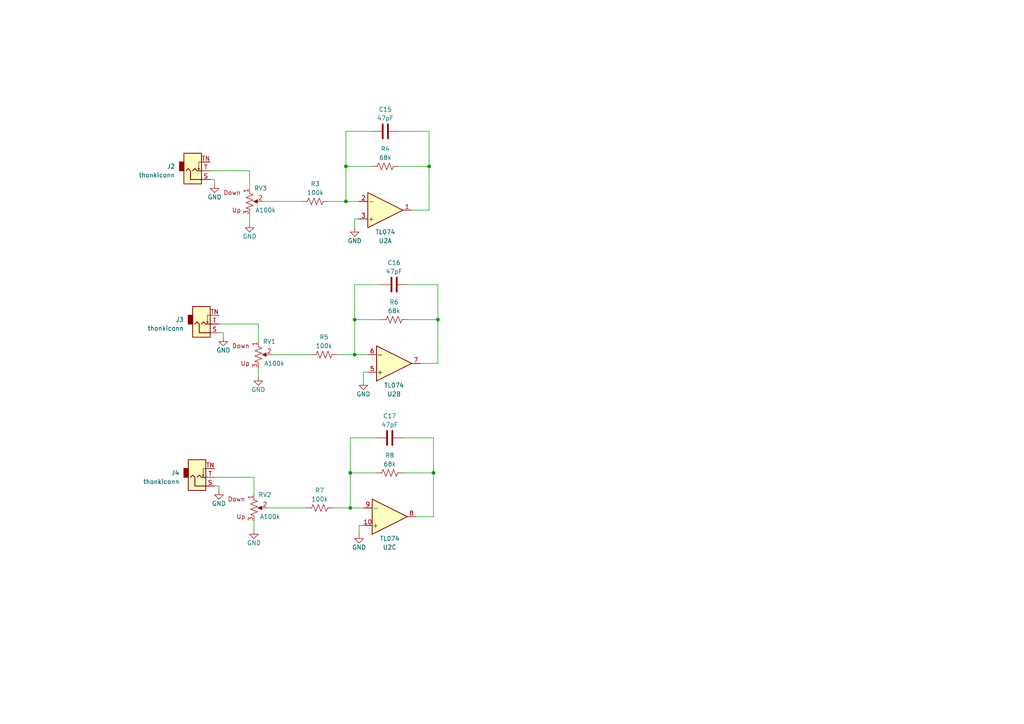
<source format=kicad_sch>
(kicad_sch (version 20230121) (generator eeschema)
  (paper "A4")
  (lib_symbols
    (symbol "power:GND" (power) (pin_names (offset 0))
      (property "Value" "GND" (at 0 -3.81 0))
      (symbol "GND_0_1"
        (polyline (pts (xy 0 0) (xy 0 -1.27) (xy 1.27 -1.27) (xy 0 -2.54) (xy -1.27 -1.27) (xy 0 -1.27)))
      )
      (symbol "GND_1_1"
        (pin power_in line (at 0 0 270) (length 0) hide (name "GND") (number "1"))
      )
    )
    (symbol "synthesis:ALPHAPOT_100K_LOG" (pin_names (offset 1.016) hide)
      (property "Reference" "RV" (at 2.54 3.81 0))
      (property "Value" "A100k" (at 2.54 -2.54 0))
      (symbol "ALPHAPOT_100K_LOG_0_1"
        (polyline (pts (xy 0 -2.286) (xy 0 -2.54)))
        (polyline (pts (xy 0 2.54) (xy 0 2.286)))
        (polyline (pts (xy 2.54 0) (xy 1.524 0)))
        (polyline (pts (xy 1.143 0) (xy 2.286 0.508) (xy 2.286 -0.508) (xy 1.143 0)) (fill (type outline)))
        (polyline (pts (xy 0 -0.762) (xy 1.016 -1.143) (xy 0 -1.524) (xy -1.016 -1.905) (xy 0 -2.286)))
        (polyline (pts (xy 0 0.762) (xy 1.016 0.381) (xy 0 0) (xy -1.016 -0.381) (xy 0 -0.762)))
        (polyline (pts (xy 0 2.286) (xy 1.016 1.905) (xy 0 1.524) (xy -1.016 1.143) (xy 0 0.762)))
      )
      (symbol "ALPHAPOT_100K_LOG_1_1"
        (text "Down" (at -5.08 2.54 0) (effects (font (size 1.27 1.27))))
        (text "Up" (at -3.81 -2.54 0) (effects (font (size 1.27 1.27))))
        (pin passive line (at 0 3.81 270) (length 1.27) (name "1") (number "1"))
        (pin passive line (at 3.81 0 180) (length 1.27) (name "2") (number "2"))
        (pin passive line (at 0 -3.81 90) (length 1.27) (name "3") (number "3"))
      )
    )
    (symbol "synthesis:CAP_47PF_0603_COG" (pin_numbers hide) (pin_names (offset 0.254))
      (property "Reference" "C" (at 0.635 2.54 0))
      (property "Value" "47pF" (at 0.635 -2.54 0))
      (symbol "CAP_47PF_0603_COG_0_1"
        (polyline (pts (xy -2.032 -0.762) (xy 2.032 -0.762)) (stroke (width 0.508)))
        (polyline (pts (xy -2.032 0.762) (xy 2.032 0.762)) (stroke (width 0.508)))
      )
      (symbol "CAP_47PF_0603_COG_1_1"
        (pin passive line (at 0 3.81 270) (length 2.794) (name "~") (number "1"))
        (pin passive line (at 0 -3.81 90) (length 2.794) (name "~") (number "2"))
      )
    )
    (symbol "synthesis:RES_100k_0603" (pin_numbers hide) (pin_names (offset 0))
      (property "Reference" "R" (at 2.54 0 90))
      (property "Value" "100k" (at -2.54 0 90))
      (symbol "RES_100k_0603_0_1"
        (polyline (pts (xy 0 -2.286) (xy 0 -2.54)))
        (polyline (pts (xy 0 2.286) (xy 0 2.54)))
        (polyline (pts (xy 0 -0.762) (xy 1.016 -1.143) (xy 0 -1.524) (xy -1.016 -1.905) (xy 0 -2.286)))
        (polyline (pts (xy 0 0.762) (xy 1.016 0.381) (xy 0 0) (xy -1.016 -0.381) (xy 0 -0.762)))
        (polyline (pts (xy 0 2.286) (xy 1.016 1.905) (xy 0 1.524) (xy -1.016 1.143) (xy 0 0.762)))
      )
      (symbol "RES_100k_0603_1_1"
        (pin passive line (at 0 3.81 270) (length 1.27) (name "~") (number "1"))
        (pin passive line (at 0 -3.81 90) (length 1.27) (name "~") (number "2"))
      )
    )
    (symbol "synthesis:RES_68K_0603" (pin_numbers hide) (pin_names (offset 0))
      (property "Reference" "R" (at 2.54 0 90))
      (property "Value" "68k" (at -2.54 0 90))
      (symbol "RES_68K_0603_0_1"
        (polyline (pts (xy 0 -2.286) (xy 0 -2.54)))
        (polyline (pts (xy 0 2.286) (xy 0 2.54)))
        (polyline (pts (xy 0 -0.762) (xy 1.016 -1.143) (xy 0 -1.524) (xy -1.016 -1.905) (xy 0 -2.286)))
        (polyline (pts (xy 0 0.762) (xy 1.016 0.381) (xy 0 0) (xy -1.016 -0.381) (xy 0 -0.762)))
        (polyline (pts (xy 0 2.286) (xy 1.016 1.905) (xy 0 1.524) (xy -1.016 1.143) (xy 0 0.762)))
      )
      (symbol "RES_68K_0603_1_1"
        (pin passive line (at 0 3.81 270) (length 1.27) (name "~") (number "1"))
        (pin passive line (at 0 -3.81 90) (length 1.27) (name "~") (number "2"))
      )
    )
    (symbol "synthesis:TL074" (pin_names (offset 0.127))
      (property "Reference" "U" (at 0 5.08 0))
      (property "Value" "TL074" (at 0 -5.08 0))
      (symbol "TL074_1_1"
        (polyline (pts (xy -5.08 5.08) (xy 5.08 0) (xy -5.08 -5.08) (xy -5.08 5.08)) (stroke (width 0.254)) (fill (type background)))
        (pin output line (at 7.62 0 180) (length 2.54) (name "~") (number "1"))
        (pin input line (at -7.62 -2.54 0) (length 2.54) (name "-") (number "2"))
        (pin input line (at -7.62 2.54 0) (length 2.54) (name "+") (number "3"))
      )
      (symbol "TL074_2_1"
        (polyline (pts (xy -5.08 5.08) (xy 5.08 0) (xy -5.08 -5.08) (xy -5.08 5.08)) (stroke (width 0.254)) (fill (type background)))
        (pin input line (at -7.62 2.54 0) (length 2.54) (name "+") (number "5"))
        (pin input line (at -7.62 -2.54 0) (length 2.54) (name "-") (number "6"))
        (pin output line (at 7.62 0 180) (length 2.54) (name "~") (number "7"))
      )
      (symbol "TL074_3_1"
        (polyline (pts (xy -5.08 5.08) (xy 5.08 0) (xy -5.08 -5.08) (xy -5.08 5.08)) (stroke (width 0.254)) (fill (type background)))
        (pin input line (at -7.62 2.54 0) (length 2.54) (name "+") (number "10"))
        (pin output line (at 7.62 0 180) (length 2.54) (name "~") (number "8"))
        (pin input line (at -7.62 -2.54 0) (length 2.54) (name "-") (number "9"))
      )
      (symbol "TL074_4_1"
        (polyline (pts (xy -5.08 5.08) (xy 5.08 0) (xy -5.08 -5.08) (xy -5.08 5.08)) (stroke (width 0.254)) (fill (type background)))
        (pin input line (at -7.62 2.54 0) (length 2.54) (name "+") (number "12"))
        (pin input line (at -7.62 -2.54 0) (length 2.54) (name "-") (number "13"))
        (pin output line (at 7.62 0 180) (length 2.54) (name "~") (number "14"))
      )
      (symbol "TL074_5_1"
        (pin power_in line (at -2.54 -7.62 90) (length 3.81) (name "V-") (number "11"))
        (pin power_in line (at -2.54 7.62 270) (length 3.81) (name "V+") (number "4"))
      )
    )
    (symbol "synthesis:thonkiconn"
      (property "Reference" "J" (at 0 8.89 0))
      (property "Value" "thonkiconn" (at 0 6.35 0))
      (symbol "thonkiconn_0_1"
        (rectangle (start -2.54 0) (end -3.81 -2.54) (stroke (width 0.254)) (fill (type outline)))
        (rectangle (start -2.54 3.81) (end 2.54 -5.08) (stroke (width 0.254)) (fill (type background)))
        (polyline (pts (xy 1.778 -0.254) (xy 2.032 -0.762)))
        (polyline (pts (xy 0 0) (xy 0.635 -0.635) (xy 1.27 0) (xy 2.54 0)) (stroke (width 0.254)))
        (polyline (pts (xy 2.54 -2.54) (xy 1.778 -2.54) (xy 1.778 -0.254) (xy 1.524 -0.762)))
        (polyline (pts (xy 2.54 2.54) (xy -0.635 2.54) (xy -0.635 0) (xy -1.27 -0.635) (xy -1.905 0)) (stroke (width 0.254)))
      )
      (symbol "thonkiconn_1_1"
        (pin passive line (at 5.08 2.54 180) (length 2.54) (name "~") (number "S"))
        (pin passive line (at 5.08 0 180) (length 2.54) (name "~") (number "T"))
        (pin passive line (at 5.08 -2.54 180) (length 2.54) (name "~") (number "TN"))
      )
    )
  )
  (junction (at 100.33 48.26))
  (junction (at 101.6 147.32))
  (junction (at 102.87 92.71))
  (junction (at 101.6 137.16))
  (junction (at 100.33 58.42))
  (junction (at 125.73 137.16))
  (junction (at 127 92.71))
  (junction (at 102.87 102.87))
  (junction (at 124.46 48.26))
  (wire (pts (xy 116.84 127) (xy 125.73 127)))
  (wire (pts (xy 115.57 48.26) (xy 124.46 48.26)))
  (wire (pts (xy 97.79 102.87) (xy 102.87 102.87)))
  (wire (pts (xy 124.46 60.96) (xy 119.38 60.96)))
  (wire (pts (xy 72.39 62.23) (xy 72.39 64.77)))
  (wire (pts (xy 62.23 52.07) (xy 62.23 53.34)))
  (wire (pts (xy 109.22 137.16) (xy 101.6 137.16)))
  (wire (pts (xy 110.49 82.55) (xy 102.87 82.55)))
  (wire (pts (xy 101.6 137.16) (xy 101.6 147.32)))
  (wire (pts (xy 104.14 154.94) (xy 104.14 152.4)))
  (wire (pts (xy 109.22 127) (xy 101.6 127)))
  (wire (pts (xy 62.23 138.43) (xy 73.66 138.43)))
  (wire (pts (xy 102.87 102.87) (xy 106.68 102.87)))
  (wire (pts (xy 102.87 63.5) (xy 104.14 63.5)))
  (wire (pts (xy 101.6 127) (xy 101.6 137.16)))
  (wire (pts (xy 107.95 48.26) (xy 100.33 48.26)))
  (wire (pts (xy 107.95 38.1) (xy 100.33 38.1)))
  (wire (pts (xy 102.87 92.71) (xy 102.87 102.87)))
  (wire (pts (xy 116.84 137.16) (xy 125.73 137.16)))
  (wire (pts (xy 127 82.55) (xy 127 92.71)))
  (wire (pts (xy 60.96 52.07) (xy 62.23 52.07)))
  (wire (pts (xy 63.5 93.98) (xy 74.93 93.98)))
  (wire (pts (xy 118.11 82.55) (xy 127 82.55)))
  (wire (pts (xy 100.33 58.42) (xy 104.14 58.42)))
  (wire (pts (xy 127 92.71) (xy 127 105.41)))
  (wire (pts (xy 95.25 58.42) (xy 100.33 58.42)))
  (wire (pts (xy 73.66 151.13) (xy 73.66 153.67)))
  (wire (pts (xy 105.41 107.95) (xy 106.68 107.95)))
  (wire (pts (xy 74.93 93.98) (xy 74.93 99.06)))
  (wire (pts (xy 124.46 38.1) (xy 124.46 48.26)))
  (wire (pts (xy 101.6 147.32) (xy 105.41 147.32)))
  (wire (pts (xy 100.33 48.26) (xy 100.33 58.42)))
  (wire (pts (xy 118.11 92.71) (xy 127 92.71)))
  (wire (pts (xy 63.5 140.97) (xy 63.5 142.24)))
  (wire (pts (xy 105.41 110.49) (xy 105.41 107.95)))
  (wire (pts (xy 104.14 152.4) (xy 105.41 152.4)))
  (wire (pts (xy 72.39 49.53) (xy 72.39 54.61)))
  (wire (pts (xy 127 105.41) (xy 121.92 105.41)))
  (wire (pts (xy 125.73 127) (xy 125.73 137.16)))
  (wire (pts (xy 125.73 149.86) (xy 120.65 149.86)))
  (wire (pts (xy 62.23 140.97) (xy 63.5 140.97)))
  (wire (pts (xy 60.96 49.53) (xy 72.39 49.53)))
  (wire (pts (xy 96.52 147.32) (xy 101.6 147.32)))
  (wire (pts (xy 78.74 102.87) (xy 90.17 102.87)))
  (wire (pts (xy 76.2 58.42) (xy 87.63 58.42)))
  (wire (pts (xy 124.46 48.26) (xy 124.46 60.96)))
  (wire (pts (xy 74.93 106.68) (xy 74.93 109.22)))
  (wire (pts (xy 115.57 38.1) (xy 124.46 38.1)))
  (wire (pts (xy 73.66 138.43) (xy 73.66 143.51)))
  (wire (pts (xy 63.5 96.52) (xy 64.77 96.52)))
  (wire (pts (xy 125.73 137.16) (xy 125.73 149.86)))
  (wire (pts (xy 102.87 66.04) (xy 102.87 63.5)))
  (wire (pts (xy 64.77 96.52) (xy 64.77 97.79)))
  (wire (pts (xy 102.87 82.55) (xy 102.87 92.71)))
  (wire (pts (xy 110.49 92.71) (xy 102.87 92.71)))
  (wire (pts (xy 100.33 38.1) (xy 100.33 48.26)))
  (wire (pts (xy 77.47 147.32) (xy 88.9 147.32)))
  (symbol (lib_id "synthesis:CAP_47PF_0603_COG") (at 113.03 127 90) (unit 1)
    (property "Reference" "C17" (at 113.03 120.65 90))
    (property "Value" "47pF" (at 113.03 123.19 90))
    (property "Footprint" "Capacitor_SMD:C_0603_1608Metric" (effects hide))
    (property "MFR" "YAGEO" (effects hide))
    (property "MPN" "CC0603JRNPO9BN470" (effects hide))
    (property "LCSC" "C105622" (effects hide))
    (instances (project "output module" (path "" (reference "C17") (unit 1)) (path "" (reference "C16") (unit 1))))
  )
  (symbol (lib_id "synthesis:CAP_47PF_0603_COG") (at 114.3 82.55 90) (unit 1)
    (property "Reference" "C16" (at 114.3 76.2 90))
    (property "Value" "47pF" (at 114.3 78.74 90))
    (property "Footprint" "Capacitor_SMD:C_0603_1608Metric" (effects hide))
    (property "MFR" "YAGEO" (effects hide))
    (property "MPN" "CC0603JRNPO9BN470" (effects hide))
    (property "LCSC" "C105622" (effects hide))
    (instances (project "output module" (path "" (reference "C16") (unit 1)) (path "" (reference "C17") (unit 1))))
  )
  (symbol (lib_id "synthesis:thonkiconn") (at 58.42 93.98 0) (mirror x) (unit 1)
    (property "Reference" "J3" (at 53.34 92.71 0) (effects (justify right)))
    (property "Value" "thonkiconn" (at 53.34 95.25 0) (effects (justify right)))
    (property "Footprint" "synthesis:thonkiconn" (effects hide))
    (property "MFR" "QINGPU" (effects hide))
    (property "MPN" "WQP518MA" (effects hide))
    (instances (project "output module" (path "" (reference "J3") (unit 1)) (path "" (reference "J4") (unit 1))))
  )
  (symbol (lib_id "synthesis:TL074") (at 114.3 105.41 0) (mirror x) (unit 2)
    (property "Reference" "U2" (at 114.3 114.3 0))
    (property "Value" "TL074" (at 114.3 111.76 0))
    (property "Footprint" "Package_SO:TSSOP-14_4.4x5mm_P0.65mm" (effects hide))
    (property "Datasheet" "http://www.ti.com/lit/ds/symlink/lm2902-n.pdf" (effects hide))
    (property "MFR" "TI" (effects hide))
    (property "MPN" "TL074CPWR" (effects hide))
    (property "LCSC" "C96507" (effects hide))
  )
  (symbol (lib_id "synthesis:RES_100k_0603") (at 91.44 58.42 90) (unit 1)
    (property "Reference" "R3" (at 91.44 53.34 90))
    (property "Value" "100k" (at 91.44 55.88 90))
    (property "Footprint" "Resistor_SMD:R_0603_1608Metric" (effects hide))
    (property "MFR" "RC0603FR-07100KL" (effects hide))
    (property "MPN" "RC0603FR-07100KL" (effects hide))
    (property "LCSC" "C14675" (effects hide))
  )
  (symbol (lib_id "synthesis:thonkiconn") (at 57.15 138.43 0) (mirror x) (unit 1)
    (property "Reference" "J4" (at 52.07 137.16 0) (effects (justify right)))
    (property "Value" "thonkiconn" (at 52.07 139.7 0) (effects (justify right)))
    (property "Footprint" "synthesis:thonkiconn" (effects hide))
    (property "MFR" "QINGPU" (effects hide))
    (property "MPN" "WQP518MA" (effects hide))
    (instances (project "output module" (path "" (reference "J4") (unit 1)) (path "" (reference "J3") (unit 1))))
  )
  (symbol (lib_id "power:GND") (at 73.66 153.67 0) (unit 1)
    (property "Reference" "#PWR033" (effects hide))
    (property "Value" "GND" (at 73.66 157.48 0))
    (instances (project "output module" (path "" (reference "#PWR033") (unit 1)) (path "" (reference "#PWR030") (unit 1))))
  )
  (symbol (lib_id "synthesis:ALPHAPOT_100K_LOG") (at 72.39 58.42 0) (unit 1)
    (property "Reference" "RV3" (at 77.47 54.61 0) (effects (justify right)))
    (property "Value" "A100k" (at 80.01 60.96 0) (effects (justify right)))
    (property "Footprint" "Potentiometer_THT:Potentiometer_Alpha_RD901F-40-00D_Single_Vertical" (effects hide))
    (property "MFR" "ALPHA" (effects hide))
    (property "MPN" "A100K" (effects hide))
    (instances (project "output module" (path "" (reference "RV3") (unit 1)) (path "" (reference "RV1") (unit 1))))
  )
  (symbol (lib_id "power:GND") (at 105.41 110.49 0) (unit 1)
    (property "Reference" "#PWR031" (effects hide))
    (property "Value" "GND" (at 105.41 114.3 0))
    (instances (project "output module" (path "" (reference "#PWR031") (unit 1)) (path "" (reference "#PWR034") (unit 1))))
  )
  (symbol (lib_id "power:GND") (at 62.23 53.34 0) (unit 1)
    (property "Reference" "#PWR028" (effects hide))
    (property "Value" "GND" (at 62.23 57.15 0))
    (instances (project "output module" (path "" (reference "#PWR028") (unit 1)) (path "" (reference "#PWR026") (unit 1))))
  )
  (symbol (lib_id "synthesis:RES_68K_0603") (at 111.76 48.26 90) (unit 1)
    (property "Reference" "R4" (at 111.76 43.18 90))
    (property "Value" "68k" (at 111.76 45.72 90))
    (property "Footprint" "Resistor_SMD:R_0603_1608Metric" (effects hide))
    (property "MFR" "YAGEO" (effects hide))
    (property "MPN" "RC0603FR-0768KL" (effects hide))
    (property "LCSC" "C114633" (effects hide))
    (instances (project "output module" (path "" (reference "R4") (unit 1)) (path "" (reference "R6") (unit 1))))
  )
  (symbol (lib_id "power:GND") (at 63.5 142.24 0) (unit 1)
    (property "Reference" "#PWR032" (effects hide))
    (property "Value" "GND" (at 63.5 146.05 0))
    (instances (project "output module" (path "" (reference "#PWR032") (unit 1)) (path "" (reference "#PWR027") (unit 1))))
  )
  (symbol (lib_id "synthesis:thonkiconn") (at 55.88 49.53 0) (mirror x) (unit 1)
    (property "Reference" "J2" (at 50.8 48.26 0) (effects (justify right)))
    (property "Value" "thonkiconn" (at 50.8 50.8 0) (effects (justify right)))
    (property "Footprint" "synthesis:thonkiconn" (effects hide))
    (property "MFR" "QINGPU" (effects hide))
    (property "MPN" "WQP518MA" (effects hide))
  )
  (symbol (lib_id "power:GND") (at 102.87 66.04 0) (unit 1)
    (property "Reference" "#PWR026" (effects hide))
    (property "Value" "GND" (at 102.87 69.85 0))
    (instances (project "output module" (path "" (reference "#PWR026") (unit 1)) (path "" (reference "#PWR032") (unit 1))))
  )
  (symbol (lib_id "power:GND") (at 74.93 109.22 0) (unit 1)
    (property "Reference" "#PWR030" (effects hide))
    (property "Value" "GND" (at 74.93 113.03 0))
    (instances (project "output module" (path "" (reference "#PWR030") (unit 1)) (path "" (reference "#PWR031") (unit 1))))
  )
  (symbol (lib_id "synthesis:RES_68K_0603") (at 113.03 137.16 90) (unit 1)
    (property "Reference" "R8" (at 113.03 132.08 90))
    (property "Value" "68k" (at 113.03 134.62 90))
    (property "Footprint" "Resistor_SMD:R_0603_1608Metric" (effects hide))
    (property "MFR" "YAGEO" (effects hide))
    (property "MPN" "RC0603FR-0768KL" (effects hide))
    (property "LCSC" "C114633" (effects hide))
    (instances (project "output module" (path "" (reference "R8") (unit 1)) (path "" (reference "R7") (unit 1))))
  )
  (symbol (lib_id "synthesis:ALPHAPOT_100K_LOG") (at 74.93 102.87 0) (unit 1)
    (property "Reference" "RV1" (at 80.01 99.06 0) (effects (justify right)))
    (property "Value" "A100k" (at 82.55 105.41 0) (effects (justify right)))
    (property "Footprint" "Potentiometer_THT:Potentiometer_Alpha_RD901F-40-00D_Single_Vertical" (effects hide))
    (property "MFR" "ALPHA" (effects hide))
    (property "MPN" "A100K" (effects hide))
    (instances (project "output module" (path "" (reference "RV1") (unit 1)) (path "" (reference "RV3") (unit 1))))
  )
  (symbol (lib_id "synthesis:TL074") (at 111.76 60.96 0) (mirror x) (unit 1)
    (property "Reference" "U2" (at 111.76 69.85 0))
    (property "Value" "TL074" (at 111.76 67.31 0))
    (property "Footprint" "Package_SO:TSSOP-14_4.4x5mm_P0.65mm" (effects hide))
    (property "Datasheet" "http://www.ti.com/lit/ds/symlink/lm2902-n.pdf" (effects hide))
    (property "MFR" "TI" (effects hide))
    (property "MPN" "TL074CPWR" (effects hide))
    (property "LCSC" "C96507" (effects hide))
  )
  (symbol (lib_id "synthesis:RES_100k_0603") (at 92.71 147.32 90) (unit 1)
    (property "Reference" "R7" (at 92.71 142.24 90))
    (property "Value" "100k" (at 92.71 144.78 90))
    (property "Footprint" "Resistor_SMD:R_0603_1608Metric" (effects hide))
    (property "MFR" "RC0603FR-07100KL" (effects hide))
    (property "MPN" "RC0603FR-07100KL" (effects hide))
    (property "LCSC" "C14675" (effects hide))
    (instances (project "output module" (path "" (reference "R7") (unit 1)) (path "" (reference "R4") (unit 1))))
  )
  (symbol (lib_id "power:GND") (at 72.39 64.77 0) (unit 1)
    (property "Reference" "#PWR027" (effects hide))
    (property "Value" "GND" (at 72.39 68.58 0))
    (instances (project "output module" (path "" (reference "#PWR027") (unit 1)) (path "" (reference "#PWR029") (unit 1))))
  )
  (symbol (lib_id "synthesis:TL074") (at 113.03 149.86 0) (mirror x) (unit 3)
    (property "Reference" "U2" (at 113.03 158.75 0))
    (property "Value" "TL074" (at 113.03 156.21 0))
    (property "Footprint" "Package_SO:TSSOP-14_4.4x5mm_P0.65mm" (effects hide))
    (property "Datasheet" "http://www.ti.com/lit/ds/symlink/lm2902-n.pdf" (effects hide))
    (property "MFR" "TI" (effects hide))
    (property "MPN" "TL074CPWR" (effects hide))
    (property "LCSC" "C96507" (effects hide))
  )
  (symbol (lib_id "power:GND") (at 104.14 154.94 0) (unit 1)
    (property "Reference" "#PWR034" (effects hide))
    (property "Value" "GND" (at 104.14 158.75 0))
    (instances (project "output module" (path "" (reference "#PWR034") (unit 1)) (path "" (reference "#PWR033") (unit 1))))
  )
  (symbol (lib_id "synthesis:RES_100k_0603") (at 93.98 102.87 90) (unit 1)
    (property "Reference" "R5" (at 93.98 97.79 90))
    (property "Value" "100k" (at 93.98 100.33 90))
    (property "Footprint" "Resistor_SMD:R_0603_1608Metric" (effects hide))
    (property "MFR" "RC0603FR-07100KL" (effects hide))
    (property "MPN" "RC0603FR-07100KL" (effects hide))
    (property "LCSC" "C14675" (effects hide))
  )
  (symbol (lib_id "synthesis:CAP_47PF_0603_COG") (at 111.76 38.1 90) (unit 1)
    (property "Reference" "C15" (at 111.76 31.75 90))
    (property "Value" "47pF" (at 111.76 34.29 90))
    (property "Footprint" "Capacitor_SMD:C_0603_1608Metric" (effects hide))
    (property "MFR" "YAGEO" (effects hide))
    (property "MPN" "CC0603JRNPO9BN470" (effects hide))
    (property "LCSC" "C105622" (effects hide))
  )
  (symbol (lib_id "power:GND") (at 64.77 97.79 0) (unit 1)
    (property "Reference" "#PWR029" (effects hide))
    (property "Value" "GND" (at 64.77 101.6 0))
    (instances (project "output module" (path "" (reference "#PWR029") (unit 1)) (path "" (reference "#PWR028") (unit 1))))
  )
  (symbol (lib_id "synthesis:ALPHAPOT_100K_LOG") (at 73.66 147.32 0) (unit 1)
    (property "Reference" "RV2" (at 78.74 143.51 0) (effects (justify right)))
    (property "Value" "A100k" (at 81.28 149.86 0) (effects (justify right)))
    (property "Footprint" "Potentiometer_THT:Potentiometer_Alpha_RD901F-40-00D_Single_Vertical" (effects hide))
    (property "MFR" "ALPHA" (effects hide))
    (property "MPN" "A100K" (effects hide))
  )
  (symbol (lib_id "synthesis:RES_68K_0603") (at 114.3 92.71 90) (unit 1)
    (property "Reference" "R6" (at 114.3 87.63 90))
    (property "Value" "68k" (at 114.3 90.17 90))
    (property "Footprint" "Resistor_SMD:R_0603_1608Metric" (effects hide))
    (property "MFR" "YAGEO" (effects hide))
    (property "MPN" "RC0603FR-0768KL" (effects hide))
    (property "LCSC" "C114633" (effects hide))
    (instances (project "output module" (path "" (reference "R6") (unit 1)) (path "" (reference "R8") (unit 1))))
  )
)
</source>
